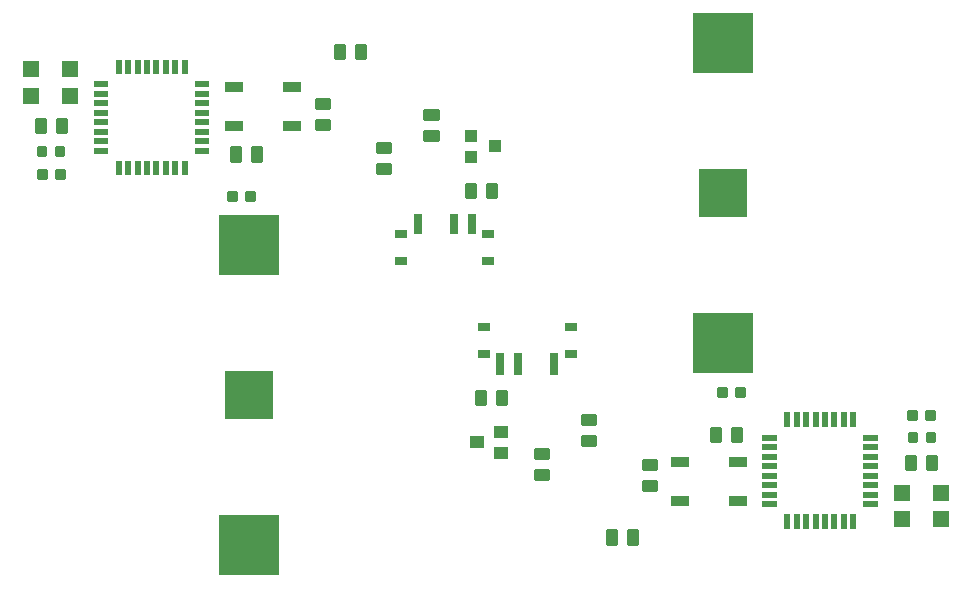
<source format=gtp>
%MOIN*%
%OFA0B0*%
%FSLAX25Y25*%
%IPPOS*%
%LPD*%
%AMOC8*
5,1,8,0,0,$1,22.5*%
%AMOC80*
5,1,8,0,0,$1,-157.5*%
%AMREC140*
4,1,3,
0.025,0.011000000000000003,
-0.025,0.010999999999999998,
-0.025,-0.011000000000000003,
0.025,-0.010999999999999998,
0*%
%AMREC150*
4,1,3,
0.010999999999999998,0.025,
-0.011000000000000003,0.025,
-0.010999999999999998,-0.025,
0.011000000000000003,-0.025,
0*%
%AMREC160*
4,1,3,
0.079999999999999988,0.080000000000000029,
-0.080000000000000029,0.079999999999999988,
-0.079999999999999988,-0.080000000000000029,
0.080000000000000029,-0.079999999999999988,
0*%
%AMREC170*
4,1,3,
0.099999999999999992,0.10000000000000002,
-0.10000000000000002,0.099999999999999992,
-0.099999999999999992,-0.10000000000000002,
0.10000000000000002,-0.099999999999999992,
0*%
%AMREC180*
4,1,3,
0.013779999999999995,0.035435,
-0.013780000000000004,0.035435,
-0.013779999999999995,-0.035435,
0.013780000000000004,-0.035435,
0*%
%AMREC190*
4,1,3,
0.02,0.013780000000000002,
-0.02,0.013779999999999999,
-0.02,-0.013780000000000002,
0.02,-0.013779999999999999,
0*%
%AMREC200*
4,1,3,
0.022499999999999992,0.020000000000000007,
-0.022500000000000003,0.019999999999999997,
-0.022499999999999992,-0.020000000000000007,
0.022500000000000003,-0.019999999999999997,
0*%
%AMREC210*
4,1,3,
0.02953,0.017715000000000005,
-0.02953,0.017714999999999998,
-0.02953,-0.017715000000000005,
0.02953,-0.017714999999999998,
0*%
%AMREC220*
4,1,3,
0.027499999999999997,0.027500000000000007,
-0.027500000000000007,0.027499999999999997,
-0.027499999999999997,-0.027500000000000007,
0.027500000000000007,-0.027499999999999997,
0*%
%ADD10R,0.05X0.022*%
%ADD11R,0.022X0.05*%
%ADD12R,0.16X0.16*%
%ADD13R,0.2X0.2*%
%ADD14C,0.01*%
%ADD15C,0.00875*%
%ADD16R,0.02756X0.07087*%
%ADD17R,0.04X0.02756*%
%ADD18R,0.044999999999999991X0.04*%
%ADD19R,0.05906X0.03543*%
%ADD20R,0.055000000000000007X0.055000000000000007*%
%AMCOMP50*
4,1,3,
0.025,0.011000000000000003,
-0.025,0.010999999999999998,
-0.025,-0.011000000000000003,
0.025,-0.010999999999999998,
0*%
%ADD31COMP50*%
%AMCOMP51*
4,1,3,
0.010999999999999998,0.025,
-0.011000000000000003,0.025,
-0.010999999999999998,-0.025,
0.011000000000000003,-0.025,
0*%
%ADD32COMP51*%
%AMCOMP52*
4,1,3,
0.079999999999999988,0.080000000000000029,
-0.080000000000000029,0.079999999999999988,
-0.079999999999999988,-0.080000000000000029,
0.080000000000000029,-0.079999999999999988,
0*%
%ADD33COMP52*%
%AMCOMP53*
4,1,3,
0.099999999999999992,0.10000000000000002,
-0.10000000000000002,0.099999999999999992,
-0.099999999999999992,-0.10000000000000002,
0.10000000000000002,-0.099999999999999992,
0*%
%ADD34COMP53*%
%ADD35C,0.01*%
%ADD36C,0.00875*%
%AMCOMP54*
4,1,3,
0.013779999999999995,0.035435,
-0.013780000000000004,0.035435,
-0.013779999999999995,-0.035435,
0.013780000000000004,-0.035435,
0*%
%ADD37COMP54*%
%AMCOMP55*
4,1,3,
0.02,0.013780000000000002,
-0.02,0.013779999999999999,
-0.02,-0.013780000000000002,
0.02,-0.013779999999999999,
0*%
%ADD38COMP55*%
%AMCOMP56*
4,1,3,
0.022499999999999992,0.020000000000000007,
-0.022500000000000003,0.019999999999999997,
-0.022499999999999992,-0.020000000000000007,
0.022500000000000003,-0.019999999999999997,
0*%
%ADD39COMP56*%
%AMCOMP57*
4,1,3,
0.02953,0.017715000000000005,
-0.02953,0.017714999999999998,
-0.02953,-0.017715000000000005,
0.02953,-0.017714999999999998,
0*%
%ADD40COMP57*%
%AMCOMP58*
4,1,3,
0.027499999999999997,0.027500000000000007,
-0.027500000000000007,0.027499999999999997,
-0.027499999999999997,-0.027500000000000007,
0.027500000000000007,-0.027499999999999997,
0*%
%ADD41COMP58*%
G75*
%LPD*%
D10*
X0003937Y0003937D02*
X0048837Y0152213D03*
X0048837Y0155363D03*
X0048837Y0158513D03*
X0048837Y0161661D03*
X0048837Y0164812D03*
X0048837Y0167961D03*
X0048837Y0171111D03*
X0048837Y0174261D03*
X0082637Y0174261D03*
X0082637Y0171111D03*
X0082637Y0167961D03*
X0082637Y0164812D03*
X0082637Y0161661D03*
X0082637Y0158513D03*
X0082637Y0155363D03*
X0082637Y0152213D03*
D11*
X0076761Y0146337D03*
X0073611Y0146337D03*
X0070461Y0146337D03*
X0067312Y0146337D03*
X0064162Y0146337D03*
X0061012Y0146337D03*
X0057863Y0146337D03*
X0054713Y0146337D03*
X0054713Y0180137D03*
X0057863Y0180137D03*
X0061012Y0180137D03*
X0064162Y0180137D03*
X0067312Y0180137D03*
X0070461Y0180137D03*
X0073611Y0180137D03*
X0076761Y0180137D03*
D12*
X0098237Y0070737D03*
D13*
X0098237Y0020737D03*
X0098237Y0120737D03*
D14*
X0099157Y0153323D02*
X0102157Y0153323D01*
X0102157Y0148823D01*
X0099157Y0148823D01*
X0099157Y0153323D01*
X0099157Y0149822D02*
X0102157Y0149822D01*
X0102157Y0150821D02*
X0099157Y0150821D01*
X0099157Y0151820D02*
X0102157Y0151820D01*
X0102157Y0152819D02*
X0099157Y0152819D01*
X0095157Y0153323D02*
X0092157Y0153323D01*
X0095157Y0153323D02*
X0095157Y0148823D01*
X0092157Y0148823D01*
X0092157Y0153323D01*
X0092157Y0149822D02*
X0095157Y0149822D01*
X0095157Y0150821D02*
X0092157Y0150821D01*
X0092157Y0151820D02*
X0095157Y0151820D01*
X0095157Y0152819D02*
X0092157Y0152819D01*
X0120370Y0159457D02*
X0120370Y0162457D01*
X0124869Y0162457D01*
X0124869Y0159457D01*
X0120370Y0159457D01*
X0120370Y0160456D02*
X0124869Y0160456D01*
X0124869Y0161455D02*
X0120370Y0161455D01*
X0120370Y0162454D02*
X0124869Y0162454D01*
X0120370Y0166457D02*
X0120370Y0169457D01*
X0124869Y0169457D01*
X0124869Y0166457D01*
X0120370Y0166457D01*
X0120370Y0167455D02*
X0124869Y0167455D01*
X0124869Y0168455D02*
X0120370Y0168455D01*
X0120370Y0169454D02*
X0124869Y0169454D01*
X0126947Y0187550D02*
X0129947Y0187550D01*
X0129947Y0183049D01*
X0126947Y0183049D01*
X0126947Y0187550D01*
X0126947Y0184049D02*
X0129947Y0184049D01*
X0129947Y0185048D02*
X0126947Y0185048D01*
X0126947Y0186047D02*
X0129947Y0186047D01*
X0129947Y0187046D02*
X0126947Y0187046D01*
X0133947Y0187550D02*
X0136947Y0187550D01*
X0136947Y0183049D01*
X0133947Y0183049D01*
X0133947Y0187550D01*
X0133947Y0184049D02*
X0136947Y0184049D01*
X0136947Y0185048D02*
X0133947Y0185048D01*
X0133947Y0186047D02*
X0136947Y0186047D01*
X0136947Y0187046D02*
X0133947Y0187046D01*
X0156495Y0165872D02*
X0156495Y0162872D01*
X0156495Y0165872D02*
X0160995Y0165872D01*
X0160995Y0162872D01*
X0156495Y0162872D01*
X0156495Y0163872D02*
X0160995Y0163872D01*
X0160995Y0164871D02*
X0156495Y0164871D01*
X0156495Y0165870D02*
X0160995Y0165870D01*
X0156495Y0158873D02*
X0156495Y0155873D01*
X0156495Y0158873D02*
X0160995Y0158873D01*
X0160995Y0155873D01*
X0156495Y0155873D01*
X0156495Y0156872D02*
X0160995Y0156872D01*
X0160995Y0157871D02*
X0156495Y0157871D01*
X0156495Y0158870D02*
X0160995Y0158870D01*
X0140697Y0154643D02*
X0140697Y0151642D01*
X0140697Y0154643D02*
X0145197Y0154643D01*
X0145197Y0151642D01*
X0140697Y0151642D01*
X0140697Y0152642D02*
X0145197Y0152642D01*
X0145197Y0153641D02*
X0140697Y0153641D01*
X0140697Y0154640D02*
X0145197Y0154640D01*
X0140697Y0147643D02*
X0140697Y0144643D01*
X0140697Y0147643D02*
X0145197Y0147643D01*
X0145197Y0144643D01*
X0140697Y0144643D01*
X0140697Y0145642D02*
X0145197Y0145642D01*
X0145197Y0146641D02*
X0140697Y0146641D01*
X0140697Y0147639D02*
X0145197Y0147639D01*
X0170557Y0141061D02*
X0173557Y0141061D01*
X0173557Y0136561D01*
X0170557Y0136561D01*
X0170557Y0141061D01*
X0170557Y0137560D02*
X0173557Y0137560D01*
X0173557Y0138559D02*
X0170557Y0138559D01*
X0170557Y0139558D02*
X0173557Y0139558D01*
X0173557Y0140556D02*
X0170557Y0140556D01*
X0177557Y0141061D02*
X0180557Y0141061D01*
X0180557Y0136561D01*
X0177557Y0136561D01*
X0177557Y0141061D01*
X0177557Y0137560D02*
X0180557Y0137560D01*
X0180557Y0138559D02*
X0177557Y0138559D01*
X0177557Y0139558D02*
X0180557Y0139558D01*
X0180557Y0140556D02*
X0177557Y0140556D01*
X0037168Y0162761D02*
X0034168Y0162761D01*
X0037168Y0162761D02*
X0037168Y0158262D01*
X0034168Y0158262D01*
X0034168Y0162761D01*
X0034168Y0159261D02*
X0037168Y0159261D01*
X0037168Y0160260D02*
X0034168Y0160260D01*
X0034168Y0161258D02*
X0037168Y0161258D01*
X0037168Y0162258D02*
X0034168Y0162258D01*
X0030168Y0162761D02*
X0027167Y0162761D01*
X0030168Y0162761D02*
X0030168Y0158262D01*
X0027167Y0158262D01*
X0027167Y0162761D01*
X0027167Y0159261D02*
X0030168Y0159261D01*
X0030168Y0160260D02*
X0027167Y0160260D01*
X0027167Y0161258D02*
X0030168Y0161258D01*
X0030168Y0162258D02*
X0027167Y0162258D01*
D15*
X0027687Y0150622D02*
X0030313Y0150622D01*
X0027687Y0150622D02*
X0027687Y0153247D01*
X0030313Y0153247D01*
X0030313Y0150622D01*
X0030313Y0151496D02*
X0027687Y0151496D01*
X0027687Y0152370D02*
X0030313Y0152370D01*
X0030313Y0153244D02*
X0027687Y0153244D01*
X0033687Y0150622D02*
X0036313Y0150622D01*
X0033687Y0150622D02*
X0033687Y0153247D01*
X0036313Y0153247D01*
X0036313Y0150622D01*
X0036313Y0151496D02*
X0033687Y0151496D01*
X0033687Y0152370D02*
X0036313Y0152370D01*
X0036313Y0153244D02*
X0033687Y0153244D01*
X0033741Y0143159D02*
X0036366Y0143159D01*
X0033741Y0143159D02*
X0033741Y0145785D01*
X0036366Y0145785D01*
X0036366Y0143159D01*
X0036366Y0144033D02*
X0033741Y0144033D01*
X0033741Y0144907D02*
X0036366Y0144907D01*
X0036366Y0145781D02*
X0033741Y0145781D01*
X0030367Y0143159D02*
X0027741Y0143159D01*
X0027741Y0145785D01*
X0030367Y0145785D01*
X0030367Y0143159D01*
X0030367Y0144033D02*
X0027741Y0144033D01*
X0027741Y0144907D02*
X0030367Y0144907D01*
X0030367Y0145781D02*
X0027741Y0145781D01*
X0091253Y0135747D02*
X0093879Y0135747D01*
X0091253Y0135747D02*
X0091253Y0138373D01*
X0093879Y0138373D01*
X0093879Y0135747D01*
X0093879Y0136621D02*
X0091253Y0136621D01*
X0091253Y0137494D02*
X0093879Y0137494D01*
X0093879Y0138369D02*
X0091253Y0138369D01*
X0097253Y0135747D02*
X0099879Y0135747D01*
X0097253Y0135747D02*
X0097253Y0138373D01*
X0099879Y0138373D01*
X0099879Y0135747D01*
X0099879Y0136621D02*
X0097253Y0136621D01*
X0097253Y0137494D02*
X0099879Y0137494D01*
X0099879Y0138369D02*
X0097253Y0138369D01*
D16*
X0154406Y0127624D03*
X0166406Y0127624D03*
X0172406Y0127624D03*
D17*
X0177906Y0124364D03*
X0177906Y0115309D03*
X0148906Y0115309D03*
X0148906Y0124364D03*
D18*
X0172038Y0150140D03*
X0172038Y0157140D03*
X0180038Y0153640D03*
D19*
X0112562Y0160261D03*
X0112562Y0173253D03*
X0093271Y0173253D03*
X0093271Y0160261D03*
D20*
X0038621Y0170452D03*
X0038650Y0179403D03*
X0025650Y0179403D03*
X0025621Y0170452D03*
G04 next file*
%LPD*%
G75*
D31*
X0350393Y0204724D02*
X0305492Y0056448D03*
X0305492Y0053298D03*
X0305492Y0050148D03*
X0305492Y0046999D03*
X0305492Y0043848D03*
X0305492Y0040699D03*
X0305492Y0037550D03*
X0305492Y0034400D03*
X0271692Y0034400D03*
X0271692Y0037550D03*
X0271692Y0040699D03*
X0271692Y0043848D03*
X0271692Y0046999D03*
X0271692Y0050148D03*
X0271692Y0053298D03*
X0271692Y0056448D03*
D32*
X0277568Y0062324D03*
X0280719Y0062324D03*
X0283869Y0062324D03*
X0287018Y0062324D03*
X0290168Y0062324D03*
X0293317Y0062324D03*
X0296467Y0062324D03*
X0299617Y0062324D03*
X0299617Y0028524D03*
X0296467Y0028524D03*
X0293317Y0028524D03*
X0290168Y0028524D03*
X0287018Y0028524D03*
X0283869Y0028524D03*
X0280719Y0028524D03*
X0277568Y0028524D03*
D33*
X0256093Y0137924D03*
D34*
X0256093Y0187924D03*
X0256093Y0087924D03*
D35*
X0255173Y0055338D02*
X0252172Y0055338D01*
X0252172Y0059838D01*
X0255173Y0059838D01*
X0255173Y0055338D01*
X0255173Y0058839D02*
X0252172Y0058839D01*
X0252172Y0057840D02*
X0255173Y0057840D01*
X0255173Y0056841D02*
X0252172Y0056841D01*
X0252172Y0055842D02*
X0255173Y0055842D01*
X0259173Y0055338D02*
X0262173Y0055338D01*
X0259173Y0055338D02*
X0259173Y0059838D01*
X0262173Y0059838D01*
X0262173Y0055338D01*
X0262173Y0058839D02*
X0259173Y0058839D01*
X0259173Y0057840D02*
X0262173Y0057840D01*
X0262173Y0056841D02*
X0259173Y0056841D01*
X0259173Y0055842D02*
X0262173Y0055842D01*
X0233960Y0049204D02*
X0233960Y0046204D01*
X0229460Y0046204D01*
X0229460Y0049204D01*
X0233960Y0049204D01*
X0233960Y0048205D02*
X0229460Y0048205D01*
X0229460Y0047206D02*
X0233960Y0047206D01*
X0233960Y0046207D02*
X0229460Y0046207D01*
X0233960Y0042204D02*
X0233960Y0039204D01*
X0229460Y0039204D01*
X0229460Y0042204D01*
X0233960Y0042204D01*
X0233960Y0041205D02*
X0229460Y0041205D01*
X0229460Y0040206D02*
X0233960Y0040206D01*
X0233960Y0039207D02*
X0229460Y0039207D01*
X0227382Y0021111D02*
X0224383Y0021111D01*
X0224383Y0025611D01*
X0227382Y0025611D01*
X0227382Y0021111D01*
X0227382Y0024612D02*
X0224383Y0024612D01*
X0224383Y0023612D02*
X0227382Y0023612D01*
X0227382Y0022614D02*
X0224383Y0022614D01*
X0224383Y0021615D02*
X0227382Y0021615D01*
X0220383Y0021111D02*
X0217383Y0021111D01*
X0217383Y0025611D01*
X0220383Y0025611D01*
X0220383Y0021111D01*
X0220383Y0024612D02*
X0217383Y0024612D01*
X0217383Y0023612D02*
X0220383Y0023612D01*
X0220383Y0022614D02*
X0217383Y0022614D01*
X0217383Y0021615D02*
X0220383Y0021615D01*
X0197835Y0042788D02*
X0197835Y0045788D01*
X0197835Y0042788D02*
X0193335Y0042788D01*
X0193335Y0045788D01*
X0197835Y0045788D01*
X0197835Y0044789D02*
X0193335Y0044789D01*
X0193335Y0043790D02*
X0197835Y0043790D01*
X0197835Y0042791D02*
X0193335Y0042791D01*
X0197835Y0049788D02*
X0197835Y0052788D01*
X0197835Y0049788D02*
X0193335Y0049788D01*
X0193335Y0052788D01*
X0197835Y0052788D01*
X0197835Y0051788D02*
X0193335Y0051788D01*
X0193335Y0050790D02*
X0197835Y0050790D01*
X0197835Y0049791D02*
X0193335Y0049791D01*
X0213633Y0054018D02*
X0213633Y0057018D01*
X0213633Y0054018D02*
X0209133Y0054018D01*
X0209133Y0057018D01*
X0213633Y0057018D01*
X0213633Y0056019D02*
X0209133Y0056019D01*
X0209133Y0055020D02*
X0213633Y0055020D01*
X0213633Y0054021D02*
X0209133Y0054021D01*
X0213633Y0061017D02*
X0213633Y0064018D01*
X0213633Y0061017D02*
X0209133Y0061017D01*
X0209133Y0064018D01*
X0213633Y0064018D01*
X0213633Y0063019D02*
X0209133Y0063019D01*
X0209133Y0062020D02*
X0213633Y0062020D01*
X0213633Y0061021D02*
X0209133Y0061021D01*
X0183773Y0067600D02*
X0180773Y0067600D01*
X0180773Y0072100D01*
X0183773Y0072100D01*
X0183773Y0067600D01*
X0183773Y0071100D02*
X0180773Y0071100D01*
X0180773Y0070102D02*
X0183773Y0070102D01*
X0183773Y0069103D02*
X0180773Y0069103D01*
X0180773Y0068104D02*
X0183773Y0068104D01*
X0176772Y0067600D02*
X0173772Y0067600D01*
X0173772Y0072100D01*
X0176772Y0072100D01*
X0176772Y0067600D01*
X0176772Y0071100D02*
X0173772Y0071100D01*
X0173772Y0070102D02*
X0176772Y0070102D01*
X0176772Y0069103D02*
X0173772Y0069103D01*
X0173772Y0068104D02*
X0176772Y0068104D01*
X0317162Y0045899D02*
X0320162Y0045899D01*
X0317162Y0045899D02*
X0317162Y0050399D01*
X0320162Y0050399D01*
X0320162Y0045899D01*
X0320162Y0049400D02*
X0317162Y0049400D01*
X0317162Y0048401D02*
X0320162Y0048401D01*
X0320162Y0047402D02*
X0317162Y0047402D01*
X0317162Y0046403D02*
X0320162Y0046403D01*
X0324162Y0045899D02*
X0327162Y0045899D01*
X0324162Y0045899D02*
X0324162Y0050399D01*
X0327162Y0050399D01*
X0327162Y0045899D01*
X0327162Y0049400D02*
X0324162Y0049400D01*
X0324162Y0048401D02*
X0327162Y0048401D01*
X0327162Y0047402D02*
X0324162Y0047402D01*
X0324162Y0046403D02*
X0327162Y0046403D01*
D36*
X0326643Y0058038D02*
X0324017Y0058038D01*
X0326643Y0058038D02*
X0326643Y0055413D01*
X0324017Y0055413D01*
X0324017Y0058038D01*
X0324017Y0057165D02*
X0326643Y0057165D01*
X0326643Y0056291D02*
X0324017Y0056291D01*
X0324017Y0055417D02*
X0326643Y0055417D01*
X0320643Y0058038D02*
X0318017Y0058038D01*
X0320643Y0058038D02*
X0320643Y0055413D01*
X0318017Y0055413D01*
X0318017Y0058038D01*
X0318017Y0057165D02*
X0320643Y0057165D01*
X0320643Y0056291D02*
X0318017Y0056291D01*
X0318017Y0055417D02*
X0320643Y0055417D01*
X0320588Y0065502D02*
X0317963Y0065502D01*
X0320588Y0065502D02*
X0320588Y0062876D01*
X0317963Y0062876D01*
X0317963Y0065502D01*
X0317963Y0064628D02*
X0320588Y0064628D01*
X0320588Y0063754D02*
X0317963Y0063754D01*
X0317963Y0062880D02*
X0320588Y0062880D01*
X0323963Y0065502D02*
X0326589Y0065502D01*
X0326589Y0062876D01*
X0323963Y0062876D01*
X0323963Y0065502D01*
X0323963Y0064628D02*
X0326589Y0064628D01*
X0326589Y0063754D02*
X0323963Y0063754D01*
X0323963Y0062880D02*
X0326589Y0062880D01*
X0263077Y0072914D02*
X0260451Y0072914D01*
X0263077Y0072914D02*
X0263077Y0070288D01*
X0260451Y0070288D01*
X0260451Y0072914D01*
X0260451Y0072040D02*
X0263077Y0072040D01*
X0263077Y0071166D02*
X0260451Y0071166D01*
X0260451Y0070292D02*
X0263077Y0070292D01*
X0257077Y0072914D02*
X0254450Y0072914D01*
X0257077Y0072914D02*
X0257077Y0070288D01*
X0254450Y0070288D01*
X0254450Y0072914D01*
X0254450Y0072040D02*
X0257077Y0072040D01*
X0257077Y0071166D02*
X0254450Y0071166D01*
X0254450Y0070292D02*
X0257077Y0070292D01*
D37*
X0199923Y0081037D03*
X0187924Y0081037D03*
X0181924Y0081037D03*
D38*
X0176424Y0084297D03*
X0176424Y0093352D03*
X0205424Y0093352D03*
X0205424Y0084297D03*
D39*
X0182292Y0058521D03*
X0182292Y0051520D03*
X0174292Y0055021D03*
D40*
X0241767Y0048400D03*
X0241767Y0035408D03*
X0261059Y0035408D03*
X0261059Y0048400D03*
D41*
X0315709Y0038209D03*
X0315680Y0029258D03*
X0328680Y0029258D03*
X0328709Y0038209D03*
M02*
</source>
